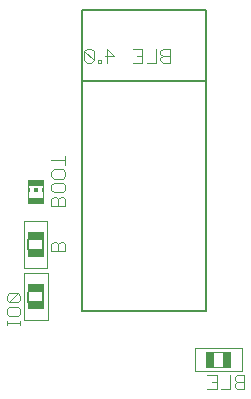
<source format=gbo>
G75*
%MOIN*%
%OFA0B0*%
%FSLAX25Y25*%
%IPPOS*%
%LPD*%
%AMOC8*
5,1,8,0,0,1.08239X$1,22.5*
%
%ADD10C,0.00500*%
%ADD11C,0.00400*%
%ADD12C,0.00200*%
%ADD13R,0.02953X0.05709*%
%ADD14C,0.00600*%
%ADD15R,0.05512X0.02559*%
%ADD16R,0.00591X0.01181*%
%ADD17R,0.01181X0.01181*%
%ADD18R,0.05315X0.02362*%
D10*
X0044204Y0153391D02*
X0044204Y0230163D01*
X0044204Y0253785D01*
X0085542Y0253785D01*
X0085542Y0230163D01*
X0044204Y0230163D01*
X0044204Y0153391D02*
X0085542Y0153391D01*
X0085542Y0230163D01*
D11*
X0019179Y0150238D02*
X0019179Y0148703D01*
X0019179Y0149470D02*
X0023783Y0149470D01*
X0023783Y0148703D02*
X0023783Y0150238D01*
X0023016Y0151772D02*
X0023783Y0152539D01*
X0023783Y0154074D01*
X0023016Y0154841D01*
X0019947Y0154841D01*
X0019179Y0154074D01*
X0019179Y0152539D01*
X0019947Y0151772D01*
X0023016Y0151772D01*
X0023016Y0156376D02*
X0019947Y0156376D01*
X0023016Y0159445D01*
X0019947Y0159445D01*
X0019179Y0158678D01*
X0019179Y0157143D01*
X0019947Y0156376D01*
X0023016Y0156376D02*
X0023783Y0157143D01*
X0023783Y0158678D01*
X0023016Y0159445D01*
X0034109Y0173480D02*
X0034109Y0175782D01*
X0034877Y0176549D01*
X0035644Y0176549D01*
X0036411Y0175782D01*
X0036411Y0173480D01*
X0036411Y0175782D02*
X0037179Y0176549D01*
X0037946Y0176549D01*
X0038713Y0175782D01*
X0038713Y0173480D01*
X0034109Y0173480D01*
X0034094Y0188480D02*
X0034094Y0190782D01*
X0034862Y0191549D01*
X0035629Y0191549D01*
X0036396Y0190782D01*
X0036396Y0188480D01*
X0036396Y0190782D02*
X0037164Y0191549D01*
X0037931Y0191549D01*
X0038698Y0190782D01*
X0038698Y0188480D01*
X0034094Y0188480D01*
X0034862Y0193084D02*
X0034094Y0193851D01*
X0034094Y0195386D01*
X0034862Y0196153D01*
X0037931Y0196153D01*
X0038698Y0195386D01*
X0038698Y0193851D01*
X0037931Y0193084D01*
X0034862Y0193084D01*
X0034862Y0197688D02*
X0034094Y0198455D01*
X0034094Y0199990D01*
X0034862Y0200757D01*
X0037931Y0200757D01*
X0038698Y0199990D01*
X0038698Y0198455D01*
X0037931Y0197688D01*
X0034862Y0197688D01*
X0034094Y0203826D02*
X0038698Y0203826D01*
X0038698Y0202292D02*
X0038698Y0205361D01*
X0031355Y0195052D02*
X0031355Y0191508D01*
X0026434Y0191410D02*
X0026434Y0195052D01*
X0045908Y0236268D02*
X0045141Y0237036D01*
X0045141Y0240105D01*
X0048210Y0237036D01*
X0047443Y0236268D01*
X0045908Y0236268D01*
X0048210Y0237036D02*
X0048210Y0240105D01*
X0047443Y0240872D01*
X0045908Y0240872D01*
X0045141Y0240105D01*
X0049744Y0237036D02*
X0049744Y0236268D01*
X0050512Y0236268D01*
X0050512Y0237036D01*
X0049744Y0237036D01*
X0052046Y0238570D02*
X0055116Y0238570D01*
X0052814Y0240872D01*
X0052814Y0236268D01*
X0061254Y0236268D02*
X0064324Y0236268D01*
X0064324Y0240872D01*
X0061254Y0240872D01*
X0062789Y0238570D02*
X0064324Y0238570D01*
X0065858Y0236268D02*
X0068927Y0236268D01*
X0068927Y0240872D01*
X0070462Y0240105D02*
X0070462Y0239337D01*
X0071229Y0238570D01*
X0073531Y0238570D01*
X0073531Y0236268D02*
X0071229Y0236268D01*
X0070462Y0237036D01*
X0070462Y0237803D01*
X0071229Y0238570D01*
X0070462Y0240105D02*
X0071229Y0240872D01*
X0073531Y0240872D01*
X0073531Y0236268D01*
X0088393Y0139963D02*
X0091294Y0139963D01*
X0091294Y0134767D02*
X0088294Y0134767D01*
X0089198Y0132169D02*
X0089198Y0127565D01*
X0086129Y0127565D01*
X0087664Y0129867D02*
X0089198Y0129867D01*
X0089198Y0132169D02*
X0086129Y0132169D01*
X0090733Y0127565D02*
X0093802Y0127565D01*
X0093802Y0132169D01*
X0095337Y0131402D02*
X0095337Y0130634D01*
X0096104Y0129867D01*
X0098406Y0129867D01*
X0098406Y0127565D02*
X0096104Y0127565D01*
X0095337Y0128332D01*
X0095337Y0129100D01*
X0096104Y0129867D01*
X0095337Y0131402D02*
X0096104Y0132169D01*
X0098406Y0132169D01*
X0098406Y0127565D01*
D12*
X0097562Y0133495D02*
X0097562Y0141235D01*
X0082027Y0141235D01*
X0082027Y0133495D01*
X0097562Y0133495D01*
X0032850Y0150512D02*
X0032850Y0166048D01*
X0025109Y0166048D01*
X0025109Y0150512D01*
X0032850Y0150512D01*
X0032779Y0168012D02*
X0025039Y0168012D01*
X0025039Y0183548D01*
X0032779Y0183548D01*
X0032779Y0168012D01*
D13*
X0086971Y0137361D03*
X0092671Y0137361D03*
D14*
X0031479Y0156666D02*
X0031479Y0159894D01*
X0026479Y0159894D02*
X0026479Y0156666D01*
X0026409Y0174166D02*
X0026409Y0177394D01*
X0031409Y0177394D02*
X0031409Y0174166D01*
D15*
X0028915Y0172860D03*
X0028915Y0178660D03*
X0028974Y0161200D03*
X0028974Y0155400D03*
D16*
X0031257Y0193871D03*
X0026532Y0193871D03*
D17*
X0028894Y0193871D03*
D18*
X0028894Y0196233D03*
X0028894Y0190327D03*
M02*

</source>
